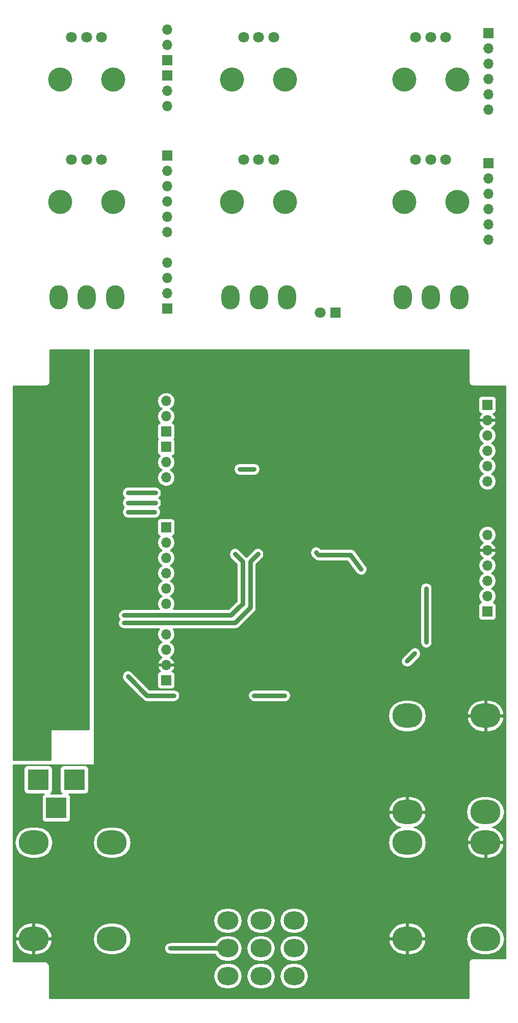
<source format=gbr>
G04 #@! TF.FileFunction,Copper,L2,Bot,Signal*
%FSLAX46Y46*%
G04 Gerber Fmt 4.6, Leading zero omitted, Abs format (unit mm)*
G04 Created by KiCad (PCBNEW 4.0.7) date 05/06/18 18:03:06*
%MOMM*%
%LPD*%
G01*
G04 APERTURE LIST*
%ADD10C,0.100000*%
%ADD11R,1.700000X1.700000*%
%ADD12O,1.700000X1.700000*%
%ADD13C,1.800000*%
%ADD14C,4.000000*%
%ADD15R,1.800000X1.800000*%
%ADD16O,5.000000X4.000000*%
%ADD17R,3.500000X3.500000*%
%ADD18O,3.500000X3.000000*%
%ADD19O,3.000000X4.000000*%
%ADD20C,0.600000*%
%ADD21C,0.750000*%
%ADD22C,0.500000*%
%ADD23C,0.254000*%
G04 APERTURE END LIST*
D10*
D11*
X83820000Y-163830000D03*
D12*
X83820000Y-161290000D03*
X83820000Y-158750000D03*
X83820000Y-156210000D03*
D11*
X137160000Y-152400000D03*
D12*
X137160000Y-149860000D03*
X137160000Y-147320000D03*
X137160000Y-144780000D03*
X137160000Y-142240000D03*
X137160000Y-139700000D03*
D13*
X73135500Y-57086500D03*
X70635500Y-57086500D03*
X68135500Y-57086500D03*
D14*
X75035500Y-64086500D03*
X66235500Y-64086500D03*
D13*
X130285500Y-77406500D03*
X127785500Y-77406500D03*
X125285500Y-77406500D03*
D14*
X132185500Y-84406500D03*
X123385500Y-84406500D03*
D15*
X111950500Y-102806500D03*
D13*
X109410500Y-102806500D03*
X101710500Y-77406500D03*
X99210500Y-77406500D03*
X96710500Y-77406500D03*
D14*
X103610500Y-84406500D03*
X94810500Y-84406500D03*
D13*
X73135500Y-77406500D03*
X70635500Y-77406500D03*
X68135500Y-77406500D03*
D14*
X75035500Y-84406500D03*
X66235500Y-84406500D03*
D11*
X137350500Y-78041500D03*
D12*
X137350500Y-80581500D03*
X137350500Y-83121500D03*
X137350500Y-85661500D03*
X137350500Y-88201500D03*
X137350500Y-90741500D03*
D11*
X84010500Y-76771500D03*
D12*
X84010500Y-79311500D03*
X84010500Y-81851500D03*
X84010500Y-84391500D03*
X84010500Y-86931500D03*
X84010500Y-89471500D03*
D16*
X123865500Y-185736500D03*
X123865500Y-169736500D03*
X136865500Y-169736500D03*
X136842500Y-185736500D03*
X123865500Y-206755000D03*
X123865500Y-190755000D03*
X136865500Y-190755000D03*
X136842500Y-206755000D03*
D11*
X83820000Y-138430000D03*
D12*
X83820000Y-140970000D03*
X83820000Y-143510000D03*
X83820000Y-146050000D03*
X83820000Y-148590000D03*
X83820000Y-151130000D03*
D16*
X74826000Y-190755000D03*
X74826000Y-206755000D03*
X61826000Y-206755000D03*
X61849000Y-190755000D03*
D17*
X68580000Y-180340000D03*
X62580000Y-180340000D03*
X65580000Y-185040000D03*
D13*
X130285500Y-57086500D03*
X127785500Y-57086500D03*
X125285500Y-57086500D03*
D14*
X132185500Y-64086500D03*
X123385500Y-64086500D03*
D18*
X105068000Y-212943500D03*
X99568000Y-212943500D03*
X94068000Y-212943500D03*
X105068000Y-208343500D03*
X99568000Y-208343500D03*
X94068000Y-208343500D03*
X105068000Y-203743500D03*
X99568000Y-203743500D03*
X94068000Y-203743500D03*
D19*
X127825500Y-100266500D03*
X132525500Y-100266500D03*
X123125500Y-100266500D03*
X70675500Y-100266500D03*
X75375500Y-100266500D03*
X65975500Y-100266500D03*
X99250500Y-100266500D03*
X103950500Y-100266500D03*
X94550500Y-100266500D03*
D13*
X101710500Y-57086500D03*
X99210500Y-57086500D03*
X96710500Y-57086500D03*
D14*
X103610500Y-64086500D03*
X94810500Y-64086500D03*
D11*
X84010500Y-102171500D03*
D12*
X84010500Y-99631500D03*
X84010500Y-97091500D03*
X84010500Y-94551500D03*
D11*
X137160000Y-118110000D03*
D12*
X137160000Y-120650000D03*
X137160000Y-123190000D03*
X137160000Y-125730000D03*
X137160000Y-128270000D03*
X137160000Y-130810000D03*
D11*
X137350500Y-56451500D03*
D12*
X137350500Y-58991500D03*
X137350500Y-61531500D03*
X137350500Y-64071500D03*
X137350500Y-66611500D03*
X137350500Y-69151500D03*
D11*
X84010500Y-60896500D03*
D12*
X84010500Y-58356500D03*
X84010500Y-55816500D03*
D11*
X84010500Y-63436500D03*
D12*
X84010500Y-65976500D03*
X84010500Y-68516500D03*
D11*
X83820000Y-122555000D03*
D12*
X83820000Y-120015000D03*
X83820000Y-117475000D03*
D11*
X83820000Y-125095000D03*
D12*
X83820000Y-127635000D03*
X83820000Y-130175000D03*
D20*
X117475000Y-151765000D03*
X110490000Y-137160000D03*
X101600000Y-147955000D03*
X123825000Y-146685000D03*
X123825000Y-135255000D03*
X131445000Y-127635000D03*
X104775000Y-127000000D03*
X86995000Y-142875000D03*
X86995000Y-145415000D03*
X74930000Y-173990000D03*
X114935000Y-128905000D03*
X114935000Y-125095000D03*
X131445000Y-120015000D03*
X132715000Y-133350000D03*
X106680000Y-142875000D03*
X93345000Y-127000000D03*
X106680000Y-122555000D03*
X88900000Y-120650000D03*
X99060000Y-142875000D03*
X76835000Y-154305000D03*
X77470000Y-132715000D03*
X82042000Y-132715000D03*
X82042000Y-134366000D03*
X116205000Y-145415000D03*
X108712000Y-142621000D03*
X77470000Y-134366000D03*
X81915000Y-135890000D03*
X96012000Y-128778000D03*
X98425000Y-128778000D03*
X127000000Y-148590000D03*
X125095000Y-159385000D03*
X123825000Y-160655000D03*
X85090000Y-166370000D03*
X77470000Y-163195000D03*
X98425000Y-166370000D03*
X103505000Y-166370000D03*
X127000000Y-157480000D03*
X77470000Y-135890000D03*
X84455000Y-208280000D03*
X95250000Y-142875000D03*
X76835000Y-153035000D03*
X64770000Y-170815000D03*
X62230000Y-147320000D03*
X62230000Y-123190000D03*
X61595000Y-127635000D03*
X62230000Y-134620000D03*
X61595000Y-151765000D03*
X69850000Y-165100000D03*
X62230000Y-157480000D03*
D21*
X76835000Y-154305000D02*
X95250000Y-154305000D01*
X97790000Y-151765000D02*
X97790000Y-149860000D01*
X95250000Y-154305000D02*
X97790000Y-151765000D01*
X97790000Y-149860000D02*
X97790000Y-144145000D01*
X97790000Y-144145000D02*
X99060000Y-142875000D01*
X82042000Y-132715000D02*
X77470000Y-132715000D01*
X114427000Y-143002000D02*
X116205000Y-145415000D01*
X108712000Y-142621000D02*
X109093000Y-143002000D01*
X109093000Y-143002000D02*
X114427000Y-143002000D01*
X77470000Y-134366000D02*
X82042000Y-134366000D01*
X96012000Y-128778000D02*
X98425000Y-128778000D01*
X127000000Y-157480000D02*
X127000000Y-148590000D01*
X77470000Y-163195000D02*
X80645000Y-166370000D01*
X80645000Y-166370000D02*
X85090000Y-166370000D01*
X98425000Y-166370000D02*
X103505000Y-166370000D01*
X123825000Y-160655000D02*
X125095000Y-159385000D01*
X77470000Y-135890000D02*
X81915000Y-135890000D01*
X84518500Y-208343500D02*
X94068000Y-208343500D01*
D22*
X84455000Y-208280000D02*
X84518500Y-208343500D01*
D21*
X95250000Y-142875000D02*
X96520000Y-144145000D01*
X96520000Y-151130000D02*
X95885000Y-151765000D01*
X96520000Y-144145000D02*
X96520000Y-151130000D01*
X94615000Y-153035000D02*
X95885000Y-151765000D01*
X76835000Y-153035000D02*
X94615000Y-153035000D01*
D23*
G36*
X134100500Y-114300000D02*
X134154546Y-114571705D01*
X134308454Y-114802046D01*
X134538795Y-114955954D01*
X134810500Y-115010000D01*
X140133000Y-115010000D01*
X140133000Y-209983000D01*
X134810500Y-209983000D01*
X134538795Y-210037046D01*
X134308454Y-210190954D01*
X134154546Y-210421295D01*
X134100500Y-210693000D01*
X134100500Y-216587000D01*
X64464000Y-216587000D01*
X64464000Y-212943500D01*
X91636275Y-212943500D01*
X91798792Y-213760529D01*
X92261602Y-214453173D01*
X92954246Y-214915983D01*
X93771275Y-215078500D01*
X94364725Y-215078500D01*
X95181754Y-214915983D01*
X95874398Y-214453173D01*
X96337208Y-213760529D01*
X96499725Y-212943500D01*
X97136275Y-212943500D01*
X97298792Y-213760529D01*
X97761602Y-214453173D01*
X98454246Y-214915983D01*
X99271275Y-215078500D01*
X99864725Y-215078500D01*
X100681754Y-214915983D01*
X101374398Y-214453173D01*
X101837208Y-213760529D01*
X101999725Y-212943500D01*
X102636275Y-212943500D01*
X102798792Y-213760529D01*
X103261602Y-214453173D01*
X103954246Y-214915983D01*
X104771275Y-215078500D01*
X105364725Y-215078500D01*
X106181754Y-214915983D01*
X106874398Y-214453173D01*
X107337208Y-213760529D01*
X107499725Y-212943500D01*
X107337208Y-212126471D01*
X106874398Y-211433827D01*
X106181754Y-210971017D01*
X105364725Y-210808500D01*
X104771275Y-210808500D01*
X103954246Y-210971017D01*
X103261602Y-211433827D01*
X102798792Y-212126471D01*
X102636275Y-212943500D01*
X101999725Y-212943500D01*
X101837208Y-212126471D01*
X101374398Y-211433827D01*
X100681754Y-210971017D01*
X99864725Y-210808500D01*
X99271275Y-210808500D01*
X98454246Y-210971017D01*
X97761602Y-211433827D01*
X97298792Y-212126471D01*
X97136275Y-212943500D01*
X96499725Y-212943500D01*
X96337208Y-212126471D01*
X95874398Y-211433827D01*
X95181754Y-210971017D01*
X94364725Y-210808500D01*
X93771275Y-210808500D01*
X92954246Y-210971017D01*
X92261602Y-211433827D01*
X91798792Y-212126471D01*
X91636275Y-212943500D01*
X64464000Y-212943500D01*
X64464000Y-211264500D01*
X64409954Y-210992795D01*
X64256046Y-210762454D01*
X64025705Y-210608546D01*
X63754000Y-210554500D01*
X58431965Y-210554500D01*
X58434101Y-207292162D01*
X58746333Y-207292162D01*
X58842976Y-207646038D01*
X59372971Y-208528424D01*
X60200296Y-209140822D01*
X61199000Y-209390000D01*
X61699000Y-209390000D01*
X61699000Y-206882000D01*
X61953000Y-206882000D01*
X61953000Y-209390000D01*
X62453000Y-209390000D01*
X63451704Y-209140822D01*
X64279029Y-208528424D01*
X64809024Y-207646038D01*
X64905667Y-207292162D01*
X64798991Y-206882000D01*
X61953000Y-206882000D01*
X61699000Y-206882000D01*
X58853009Y-206882000D01*
X58746333Y-207292162D01*
X58434101Y-207292162D01*
X58434452Y-206755000D01*
X71629582Y-206755000D01*
X71830159Y-207763371D01*
X72401356Y-208618226D01*
X73256211Y-209189423D01*
X74264582Y-209390000D01*
X75387418Y-209390000D01*
X76395789Y-209189423D01*
X77250644Y-208618226D01*
X77434210Y-208343500D01*
X83508500Y-208343500D01*
X83519894Y-208400782D01*
X83519838Y-208465167D01*
X83544642Y-208525198D01*
X83585382Y-208730010D01*
X83804322Y-209057678D01*
X84131990Y-209276618D01*
X84518500Y-209353500D01*
X91927731Y-209353500D01*
X92261602Y-209853173D01*
X92954246Y-210315983D01*
X93771275Y-210478500D01*
X94364725Y-210478500D01*
X95181754Y-210315983D01*
X95874398Y-209853173D01*
X96337208Y-209160529D01*
X96499725Y-208343500D01*
X97136275Y-208343500D01*
X97298792Y-209160529D01*
X97761602Y-209853173D01*
X98454246Y-210315983D01*
X99271275Y-210478500D01*
X99864725Y-210478500D01*
X100681754Y-210315983D01*
X101374398Y-209853173D01*
X101837208Y-209160529D01*
X101999725Y-208343500D01*
X102636275Y-208343500D01*
X102798792Y-209160529D01*
X103261602Y-209853173D01*
X103954246Y-210315983D01*
X104771275Y-210478500D01*
X105364725Y-210478500D01*
X106181754Y-210315983D01*
X106874398Y-209853173D01*
X107337208Y-209160529D01*
X107499725Y-208343500D01*
X107337208Y-207526471D01*
X107180648Y-207292162D01*
X120785833Y-207292162D01*
X120882476Y-207646038D01*
X121412471Y-208528424D01*
X122239796Y-209140822D01*
X123238500Y-209390000D01*
X123738500Y-209390000D01*
X123738500Y-206882000D01*
X123992500Y-206882000D01*
X123992500Y-209390000D01*
X124492500Y-209390000D01*
X125491204Y-209140822D01*
X126318529Y-208528424D01*
X126848524Y-207646038D01*
X126945167Y-207292162D01*
X126838491Y-206882000D01*
X123992500Y-206882000D01*
X123738500Y-206882000D01*
X120892509Y-206882000D01*
X120785833Y-207292162D01*
X107180648Y-207292162D01*
X106874398Y-206833827D01*
X106756426Y-206755000D01*
X133646082Y-206755000D01*
X133846659Y-207763371D01*
X134417856Y-208618226D01*
X135272711Y-209189423D01*
X136281082Y-209390000D01*
X137403918Y-209390000D01*
X138412289Y-209189423D01*
X139267144Y-208618226D01*
X139838341Y-207763371D01*
X140038918Y-206755000D01*
X139838341Y-205746629D01*
X139267144Y-204891774D01*
X138412289Y-204320577D01*
X137403918Y-204120000D01*
X136281082Y-204120000D01*
X135272711Y-204320577D01*
X134417856Y-204891774D01*
X133846659Y-205746629D01*
X133646082Y-206755000D01*
X106756426Y-206755000D01*
X106181754Y-206371017D01*
X105411671Y-206217838D01*
X120785833Y-206217838D01*
X120892509Y-206628000D01*
X123738500Y-206628000D01*
X123738500Y-204120000D01*
X123992500Y-204120000D01*
X123992500Y-206628000D01*
X126838491Y-206628000D01*
X126945167Y-206217838D01*
X126848524Y-205863962D01*
X126318529Y-204981576D01*
X125491204Y-204369178D01*
X124492500Y-204120000D01*
X123992500Y-204120000D01*
X123738500Y-204120000D01*
X123238500Y-204120000D01*
X122239796Y-204369178D01*
X121412471Y-204981576D01*
X120882476Y-205863962D01*
X120785833Y-206217838D01*
X105411671Y-206217838D01*
X105364725Y-206208500D01*
X104771275Y-206208500D01*
X103954246Y-206371017D01*
X103261602Y-206833827D01*
X102798792Y-207526471D01*
X102636275Y-208343500D01*
X101999725Y-208343500D01*
X101837208Y-207526471D01*
X101374398Y-206833827D01*
X100681754Y-206371017D01*
X99864725Y-206208500D01*
X99271275Y-206208500D01*
X98454246Y-206371017D01*
X97761602Y-206833827D01*
X97298792Y-207526471D01*
X97136275Y-208343500D01*
X96499725Y-208343500D01*
X96337208Y-207526471D01*
X95874398Y-206833827D01*
X95181754Y-206371017D01*
X94364725Y-206208500D01*
X93771275Y-206208500D01*
X92954246Y-206371017D01*
X92261602Y-206833827D01*
X91927731Y-207333500D01*
X84518500Y-207333500D01*
X84460665Y-207345004D01*
X84269833Y-207344838D01*
X83926057Y-207486883D01*
X83662808Y-207749673D01*
X83520162Y-208093201D01*
X83519994Y-208285714D01*
X83508500Y-208343500D01*
X77434210Y-208343500D01*
X77821841Y-207763371D01*
X78022418Y-206755000D01*
X77821841Y-205746629D01*
X77250644Y-204891774D01*
X76395789Y-204320577D01*
X75387418Y-204120000D01*
X74264582Y-204120000D01*
X73256211Y-204320577D01*
X72401356Y-204891774D01*
X71830159Y-205746629D01*
X71629582Y-206755000D01*
X58434452Y-206755000D01*
X58434804Y-206217838D01*
X58746333Y-206217838D01*
X58853009Y-206628000D01*
X61699000Y-206628000D01*
X61699000Y-204120000D01*
X61953000Y-204120000D01*
X61953000Y-206628000D01*
X64798991Y-206628000D01*
X64905667Y-206217838D01*
X64809024Y-205863962D01*
X64279029Y-204981576D01*
X63451704Y-204369178D01*
X62453000Y-204120000D01*
X61953000Y-204120000D01*
X61699000Y-204120000D01*
X61199000Y-204120000D01*
X60200296Y-204369178D01*
X59372971Y-204981576D01*
X58842976Y-205863962D01*
X58746333Y-206217838D01*
X58434804Y-206217838D01*
X58436424Y-203743500D01*
X91636275Y-203743500D01*
X91798792Y-204560529D01*
X92261602Y-205253173D01*
X92954246Y-205715983D01*
X93771275Y-205878500D01*
X94364725Y-205878500D01*
X95181754Y-205715983D01*
X95874398Y-205253173D01*
X96337208Y-204560529D01*
X96499725Y-203743500D01*
X97136275Y-203743500D01*
X97298792Y-204560529D01*
X97761602Y-205253173D01*
X98454246Y-205715983D01*
X99271275Y-205878500D01*
X99864725Y-205878500D01*
X100681754Y-205715983D01*
X101374398Y-205253173D01*
X101837208Y-204560529D01*
X101999725Y-203743500D01*
X102636275Y-203743500D01*
X102798792Y-204560529D01*
X103261602Y-205253173D01*
X103954246Y-205715983D01*
X104771275Y-205878500D01*
X105364725Y-205878500D01*
X106181754Y-205715983D01*
X106874398Y-205253173D01*
X107337208Y-204560529D01*
X107499725Y-203743500D01*
X107337208Y-202926471D01*
X106874398Y-202233827D01*
X106181754Y-201771017D01*
X105364725Y-201608500D01*
X104771275Y-201608500D01*
X103954246Y-201771017D01*
X103261602Y-202233827D01*
X102798792Y-202926471D01*
X102636275Y-203743500D01*
X101999725Y-203743500D01*
X101837208Y-202926471D01*
X101374398Y-202233827D01*
X100681754Y-201771017D01*
X99864725Y-201608500D01*
X99271275Y-201608500D01*
X98454246Y-201771017D01*
X97761602Y-202233827D01*
X97298792Y-202926471D01*
X97136275Y-203743500D01*
X96499725Y-203743500D01*
X96337208Y-202926471D01*
X95874398Y-202233827D01*
X95181754Y-201771017D01*
X94364725Y-201608500D01*
X93771275Y-201608500D01*
X92954246Y-201771017D01*
X92261602Y-202233827D01*
X91798792Y-202926471D01*
X91636275Y-203743500D01*
X58436424Y-203743500D01*
X58444931Y-190755000D01*
X58652582Y-190755000D01*
X58853159Y-191763371D01*
X59424356Y-192618226D01*
X60279211Y-193189423D01*
X61287582Y-193390000D01*
X62410418Y-193390000D01*
X63418789Y-193189423D01*
X64273644Y-192618226D01*
X64844841Y-191763371D01*
X65045418Y-190755000D01*
X71629582Y-190755000D01*
X71830159Y-191763371D01*
X72401356Y-192618226D01*
X73256211Y-193189423D01*
X74264582Y-193390000D01*
X75387418Y-193390000D01*
X76395789Y-193189423D01*
X77250644Y-192618226D01*
X77821841Y-191763371D01*
X78022418Y-190755000D01*
X120669082Y-190755000D01*
X120869659Y-191763371D01*
X121440856Y-192618226D01*
X122295711Y-193189423D01*
X123304082Y-193390000D01*
X124426918Y-193390000D01*
X125435289Y-193189423D01*
X126290144Y-192618226D01*
X126861341Y-191763371D01*
X126955070Y-191292162D01*
X133785833Y-191292162D01*
X133882476Y-191646038D01*
X134412471Y-192528424D01*
X135239796Y-193140822D01*
X136238500Y-193390000D01*
X136738500Y-193390000D01*
X136738500Y-190882000D01*
X136992500Y-190882000D01*
X136992500Y-193390000D01*
X137492500Y-193390000D01*
X138491204Y-193140822D01*
X139318529Y-192528424D01*
X139848524Y-191646038D01*
X139945167Y-191292162D01*
X139838491Y-190882000D01*
X136992500Y-190882000D01*
X136738500Y-190882000D01*
X133892509Y-190882000D01*
X133785833Y-191292162D01*
X126955070Y-191292162D01*
X127061918Y-190755000D01*
X126861341Y-189746629D01*
X126290144Y-188891774D01*
X125435289Y-188320577D01*
X125024275Y-188238821D01*
X125491204Y-188122322D01*
X126318529Y-187509924D01*
X126848524Y-186627538D01*
X126945167Y-186273662D01*
X126838491Y-185863500D01*
X123992500Y-185863500D01*
X123992500Y-185883500D01*
X123738500Y-185883500D01*
X123738500Y-185863500D01*
X120892509Y-185863500D01*
X120785833Y-186273662D01*
X120882476Y-186627538D01*
X121412471Y-187509924D01*
X122239796Y-188122322D01*
X122706725Y-188238821D01*
X122295711Y-188320577D01*
X121440856Y-188891774D01*
X120869659Y-189746629D01*
X120669082Y-190755000D01*
X78022418Y-190755000D01*
X77821841Y-189746629D01*
X77250644Y-188891774D01*
X76395789Y-188320577D01*
X75387418Y-188120000D01*
X74264582Y-188120000D01*
X73256211Y-188320577D01*
X72401356Y-188891774D01*
X71830159Y-189746629D01*
X71629582Y-190755000D01*
X65045418Y-190755000D01*
X64844841Y-189746629D01*
X64273644Y-188891774D01*
X63418789Y-188320577D01*
X62410418Y-188120000D01*
X61287582Y-188120000D01*
X60279211Y-188320577D01*
X59424356Y-188891774D01*
X58853159Y-189746629D01*
X58652582Y-190755000D01*
X58444931Y-190755000D01*
X58452897Y-178590000D01*
X60182560Y-178590000D01*
X60182560Y-182090000D01*
X60226838Y-182325317D01*
X60365910Y-182541441D01*
X60578110Y-182686431D01*
X60830000Y-182737440D01*
X63516045Y-182737440D01*
X63378559Y-182825910D01*
X63233569Y-183038110D01*
X63182560Y-183290000D01*
X63182560Y-186790000D01*
X63226838Y-187025317D01*
X63365910Y-187241441D01*
X63578110Y-187386431D01*
X63830000Y-187437440D01*
X67330000Y-187437440D01*
X67565317Y-187393162D01*
X67781441Y-187254090D01*
X67926431Y-187041890D01*
X67977440Y-186790000D01*
X67977440Y-185736500D01*
X133646082Y-185736500D01*
X133846659Y-186744871D01*
X134417856Y-187599726D01*
X135272711Y-188170923D01*
X135696522Y-188255224D01*
X135239796Y-188369178D01*
X134412471Y-188981576D01*
X133882476Y-189863962D01*
X133785833Y-190217838D01*
X133892509Y-190628000D01*
X136738500Y-190628000D01*
X136738500Y-190608000D01*
X136992500Y-190608000D01*
X136992500Y-190628000D01*
X139838491Y-190628000D01*
X139945167Y-190217838D01*
X139848524Y-189863962D01*
X139318529Y-188981576D01*
X138491204Y-188369178D01*
X138014072Y-188250133D01*
X138412289Y-188170923D01*
X139267144Y-187599726D01*
X139838341Y-186744871D01*
X140038918Y-185736500D01*
X139838341Y-184728129D01*
X139267144Y-183873274D01*
X138412289Y-183302077D01*
X137403918Y-183101500D01*
X136281082Y-183101500D01*
X135272711Y-183302077D01*
X134417856Y-183873274D01*
X133846659Y-184728129D01*
X133646082Y-185736500D01*
X67977440Y-185736500D01*
X67977440Y-185199338D01*
X120785833Y-185199338D01*
X120892509Y-185609500D01*
X123738500Y-185609500D01*
X123738500Y-183101500D01*
X123992500Y-183101500D01*
X123992500Y-185609500D01*
X126838491Y-185609500D01*
X126945167Y-185199338D01*
X126848524Y-184845462D01*
X126318529Y-183963076D01*
X125491204Y-183350678D01*
X124492500Y-183101500D01*
X123992500Y-183101500D01*
X123738500Y-183101500D01*
X123238500Y-183101500D01*
X122239796Y-183350678D01*
X121412471Y-183963076D01*
X120882476Y-184845462D01*
X120785833Y-185199338D01*
X67977440Y-185199338D01*
X67977440Y-183290000D01*
X67933162Y-183054683D01*
X67794090Y-182838559D01*
X67646097Y-182737440D01*
X70330000Y-182737440D01*
X70565317Y-182693162D01*
X70781441Y-182554090D01*
X70926431Y-182341890D01*
X70977440Y-182090000D01*
X70977440Y-178590000D01*
X70933162Y-178354683D01*
X70794090Y-178138559D01*
X70581890Y-177993569D01*
X70330000Y-177942560D01*
X66830000Y-177942560D01*
X66594683Y-177986838D01*
X66378559Y-178125910D01*
X66233569Y-178338110D01*
X66182560Y-178590000D01*
X66182560Y-182090000D01*
X66226838Y-182325317D01*
X66365910Y-182541441D01*
X66513903Y-182642560D01*
X64643955Y-182642560D01*
X64781441Y-182554090D01*
X64926431Y-182341890D01*
X64977440Y-182090000D01*
X64977440Y-178590000D01*
X64933162Y-178354683D01*
X64794090Y-178138559D01*
X64581890Y-177993569D01*
X64330000Y-177942560D01*
X60830000Y-177942560D01*
X60594683Y-177986838D01*
X60378559Y-178125910D01*
X60233569Y-178338110D01*
X60182560Y-178590000D01*
X58452897Y-178590000D01*
X58453332Y-177927000D01*
X71755000Y-177927000D01*
X71804410Y-177916994D01*
X71846035Y-177888553D01*
X71873315Y-177846159D01*
X71882000Y-177800000D01*
X71882000Y-169736500D01*
X120669082Y-169736500D01*
X120869659Y-170744871D01*
X121440856Y-171599726D01*
X122295711Y-172170923D01*
X123304082Y-172371500D01*
X124426918Y-172371500D01*
X125435289Y-172170923D01*
X126290144Y-171599726D01*
X126861341Y-170744871D01*
X126955070Y-170273662D01*
X133785833Y-170273662D01*
X133882476Y-170627538D01*
X134412471Y-171509924D01*
X135239796Y-172122322D01*
X136238500Y-172371500D01*
X136738500Y-172371500D01*
X136738500Y-169863500D01*
X136992500Y-169863500D01*
X136992500Y-172371500D01*
X137492500Y-172371500D01*
X138491204Y-172122322D01*
X139318529Y-171509924D01*
X139848524Y-170627538D01*
X139945167Y-170273662D01*
X139838491Y-169863500D01*
X136992500Y-169863500D01*
X136738500Y-169863500D01*
X133892509Y-169863500D01*
X133785833Y-170273662D01*
X126955070Y-170273662D01*
X127061918Y-169736500D01*
X126955071Y-169199338D01*
X133785833Y-169199338D01*
X133892509Y-169609500D01*
X136738500Y-169609500D01*
X136738500Y-167101500D01*
X136992500Y-167101500D01*
X136992500Y-169609500D01*
X139838491Y-169609500D01*
X139945167Y-169199338D01*
X139848524Y-168845462D01*
X139318529Y-167963076D01*
X138491204Y-167350678D01*
X137492500Y-167101500D01*
X136992500Y-167101500D01*
X136738500Y-167101500D01*
X136238500Y-167101500D01*
X135239796Y-167350678D01*
X134412471Y-167963076D01*
X133882476Y-168845462D01*
X133785833Y-169199338D01*
X126955071Y-169199338D01*
X126861341Y-168728129D01*
X126290144Y-167873274D01*
X125435289Y-167302077D01*
X124426918Y-167101500D01*
X123304082Y-167101500D01*
X122295711Y-167302077D01*
X121440856Y-167873274D01*
X120869659Y-168728129D01*
X120669082Y-169736500D01*
X71882000Y-169736500D01*
X71882000Y-163195000D01*
X76460000Y-163195000D01*
X76536882Y-163581510D01*
X76755822Y-163909178D01*
X79930822Y-167084178D01*
X80258490Y-167303118D01*
X80645000Y-167380000D01*
X85090000Y-167380000D01*
X85476510Y-167303118D01*
X85804178Y-167084178D01*
X86023118Y-166756510D01*
X86100000Y-166370000D01*
X97415000Y-166370000D01*
X97491882Y-166756510D01*
X97710822Y-167084178D01*
X98038490Y-167303118D01*
X98425000Y-167380000D01*
X103505000Y-167380000D01*
X103891510Y-167303118D01*
X104219178Y-167084178D01*
X104438118Y-166756510D01*
X104515000Y-166370000D01*
X104438118Y-165983490D01*
X104219178Y-165655822D01*
X103891510Y-165436882D01*
X103505000Y-165360000D01*
X98425000Y-165360000D01*
X98038490Y-165436882D01*
X97710822Y-165655822D01*
X97491882Y-165983490D01*
X97415000Y-166370000D01*
X86100000Y-166370000D01*
X86023118Y-165983490D01*
X85804178Y-165655822D01*
X85476510Y-165436882D01*
X85090000Y-165360000D01*
X81063356Y-165360000D01*
X78683356Y-162980000D01*
X82322560Y-162980000D01*
X82322560Y-164680000D01*
X82366838Y-164915317D01*
X82505910Y-165131441D01*
X82718110Y-165276431D01*
X82970000Y-165327440D01*
X84670000Y-165327440D01*
X84905317Y-165283162D01*
X85121441Y-165144090D01*
X85266431Y-164931890D01*
X85317440Y-164680000D01*
X85317440Y-162980000D01*
X85273162Y-162744683D01*
X85134090Y-162528559D01*
X84921890Y-162383569D01*
X84813893Y-162361699D01*
X85091645Y-162056924D01*
X85261476Y-161646890D01*
X85140155Y-161417000D01*
X83947000Y-161417000D01*
X83947000Y-161437000D01*
X83693000Y-161437000D01*
X83693000Y-161417000D01*
X82499845Y-161417000D01*
X82378524Y-161646890D01*
X82548355Y-162056924D01*
X82824501Y-162359937D01*
X82734683Y-162376838D01*
X82518559Y-162515910D01*
X82373569Y-162728110D01*
X82322560Y-162980000D01*
X78683356Y-162980000D01*
X78184178Y-162480822D01*
X77856510Y-162261882D01*
X77470000Y-162185000D01*
X77083490Y-162261882D01*
X76755822Y-162480822D01*
X76536882Y-162808490D01*
X76460000Y-163195000D01*
X71882000Y-163195000D01*
X71882000Y-153035000D01*
X75825000Y-153035000D01*
X75901882Y-153421510D01*
X76067917Y-153670000D01*
X75901882Y-153918490D01*
X75825000Y-154305000D01*
X75901882Y-154691510D01*
X76120822Y-155019178D01*
X76448490Y-155238118D01*
X76835000Y-155315000D01*
X82637249Y-155315000D01*
X82418946Y-155641715D01*
X82305907Y-156210000D01*
X82418946Y-156778285D01*
X82740853Y-157260054D01*
X83070026Y-157480000D01*
X82740853Y-157699946D01*
X82418946Y-158181715D01*
X82305907Y-158750000D01*
X82418946Y-159318285D01*
X82740853Y-159800054D01*
X83081553Y-160027702D01*
X82938642Y-160094817D01*
X82548355Y-160523076D01*
X82378524Y-160933110D01*
X82499845Y-161163000D01*
X83693000Y-161163000D01*
X83693000Y-161143000D01*
X83947000Y-161143000D01*
X83947000Y-161163000D01*
X85140155Y-161163000D01*
X85261476Y-160933110D01*
X85146287Y-160655000D01*
X122815000Y-160655000D01*
X122891882Y-161041510D01*
X123110822Y-161369178D01*
X123438490Y-161588118D01*
X123825000Y-161665000D01*
X124211510Y-161588118D01*
X124539178Y-161369178D01*
X125809178Y-160099178D01*
X126028118Y-159771510D01*
X126105000Y-159385000D01*
X126028118Y-158998490D01*
X125809178Y-158670822D01*
X125481510Y-158451882D01*
X125095000Y-158375000D01*
X124708490Y-158451882D01*
X124380822Y-158670822D01*
X123110822Y-159940822D01*
X122891882Y-160268490D01*
X122815000Y-160655000D01*
X85146287Y-160655000D01*
X85091645Y-160523076D01*
X84701358Y-160094817D01*
X84558447Y-160027702D01*
X84899147Y-159800054D01*
X85221054Y-159318285D01*
X85334093Y-158750000D01*
X85221054Y-158181715D01*
X84899147Y-157699946D01*
X84569974Y-157480000D01*
X84899147Y-157260054D01*
X85221054Y-156778285D01*
X85334093Y-156210000D01*
X85221054Y-155641715D01*
X85002751Y-155315000D01*
X95250000Y-155315000D01*
X95636510Y-155238118D01*
X95964178Y-155019178D01*
X98504178Y-152479178D01*
X98723118Y-152151511D01*
X98800000Y-151765000D01*
X98800000Y-148590000D01*
X125990000Y-148590000D01*
X125990000Y-157480000D01*
X126066882Y-157866510D01*
X126285822Y-158194178D01*
X126613490Y-158413118D01*
X127000000Y-158490000D01*
X127386510Y-158413118D01*
X127714178Y-158194178D01*
X127933118Y-157866510D01*
X128010000Y-157480000D01*
X128010000Y-148590000D01*
X127933118Y-148203490D01*
X127714178Y-147875822D01*
X127386510Y-147656882D01*
X127000000Y-147580000D01*
X126613490Y-147656882D01*
X126285822Y-147875822D01*
X126066882Y-148203490D01*
X125990000Y-148590000D01*
X98800000Y-148590000D01*
X98800000Y-144563356D01*
X99774178Y-143589178D01*
X99993118Y-143261510D01*
X100070000Y-142875000D01*
X100019477Y-142621000D01*
X107702000Y-142621000D01*
X107778882Y-143007510D01*
X107997822Y-143335178D01*
X108378822Y-143716178D01*
X108706490Y-143935118D01*
X109093000Y-144012000D01*
X113916640Y-144012000D01*
X115391894Y-146014131D01*
X115683065Y-146279687D01*
X116053697Y-146413603D01*
X116447363Y-146395490D01*
X116804131Y-146228107D01*
X117069687Y-145936935D01*
X117203603Y-145566304D01*
X117185490Y-145172638D01*
X117018107Y-144815869D01*
X116991678Y-144780000D01*
X135645907Y-144780000D01*
X135758946Y-145348285D01*
X136080853Y-145830054D01*
X136410026Y-146050000D01*
X136080853Y-146269946D01*
X135758946Y-146751715D01*
X135645907Y-147320000D01*
X135758946Y-147888285D01*
X136080853Y-148370054D01*
X136410026Y-148590000D01*
X136080853Y-148809946D01*
X135758946Y-149291715D01*
X135645907Y-149860000D01*
X135758946Y-150428285D01*
X136080853Y-150910054D01*
X136122452Y-150937850D01*
X136074683Y-150946838D01*
X135858559Y-151085910D01*
X135713569Y-151298110D01*
X135662560Y-151550000D01*
X135662560Y-153250000D01*
X135706838Y-153485317D01*
X135845910Y-153701441D01*
X136058110Y-153846431D01*
X136310000Y-153897440D01*
X138010000Y-153897440D01*
X138245317Y-153853162D01*
X138461441Y-153714090D01*
X138606431Y-153501890D01*
X138657440Y-153250000D01*
X138657440Y-151550000D01*
X138613162Y-151314683D01*
X138474090Y-151098559D01*
X138261890Y-150953569D01*
X138194459Y-150939914D01*
X138239147Y-150910054D01*
X138561054Y-150428285D01*
X138674093Y-149860000D01*
X138561054Y-149291715D01*
X138239147Y-148809946D01*
X137909974Y-148590000D01*
X138239147Y-148370054D01*
X138561054Y-147888285D01*
X138674093Y-147320000D01*
X138561054Y-146751715D01*
X138239147Y-146269946D01*
X137909974Y-146050000D01*
X138239147Y-145830054D01*
X138561054Y-145348285D01*
X138674093Y-144780000D01*
X138561054Y-144211715D01*
X138239147Y-143729946D01*
X137898447Y-143502298D01*
X138041358Y-143435183D01*
X138431645Y-143006924D01*
X138601476Y-142596890D01*
X138480155Y-142367000D01*
X137287000Y-142367000D01*
X137287000Y-142387000D01*
X137033000Y-142387000D01*
X137033000Y-142367000D01*
X135839845Y-142367000D01*
X135718524Y-142596890D01*
X135888355Y-143006924D01*
X136278642Y-143435183D01*
X136421553Y-143502298D01*
X136080853Y-143729946D01*
X135758946Y-144211715D01*
X135645907Y-144780000D01*
X116991678Y-144780000D01*
X115240106Y-142402869D01*
X115183639Y-142351369D01*
X115141178Y-142287822D01*
X115039387Y-142219807D01*
X114948935Y-142137313D01*
X114877056Y-142111342D01*
X114813510Y-142068882D01*
X114693443Y-142044999D01*
X114578303Y-142003397D01*
X114501957Y-142006910D01*
X114427000Y-141992000D01*
X109511356Y-141992000D01*
X109426178Y-141906822D01*
X109098510Y-141687882D01*
X108712000Y-141611000D01*
X108325490Y-141687882D01*
X107997822Y-141906822D01*
X107778882Y-142234490D01*
X107702000Y-142621000D01*
X100019477Y-142621000D01*
X99993118Y-142488490D01*
X99774178Y-142160822D01*
X99446510Y-141941882D01*
X99060000Y-141865000D01*
X98673490Y-141941882D01*
X98345822Y-142160822D01*
X97155000Y-143351644D01*
X95964178Y-142160822D01*
X95636510Y-141941882D01*
X95250000Y-141865000D01*
X94863490Y-141941882D01*
X94535822Y-142160822D01*
X94316882Y-142488490D01*
X94240000Y-142875000D01*
X94316882Y-143261510D01*
X94535822Y-143589178D01*
X95510000Y-144563356D01*
X95510000Y-150711644D01*
X94196644Y-152025000D01*
X85002751Y-152025000D01*
X85221054Y-151698285D01*
X85334093Y-151130000D01*
X85221054Y-150561715D01*
X84899147Y-150079946D01*
X84569974Y-149860000D01*
X84899147Y-149640054D01*
X85221054Y-149158285D01*
X85334093Y-148590000D01*
X85221054Y-148021715D01*
X84899147Y-147539946D01*
X84569974Y-147320000D01*
X84899147Y-147100054D01*
X85221054Y-146618285D01*
X85334093Y-146050000D01*
X85221054Y-145481715D01*
X84899147Y-144999946D01*
X84569974Y-144780000D01*
X84899147Y-144560054D01*
X85221054Y-144078285D01*
X85334093Y-143510000D01*
X85221054Y-142941715D01*
X84899147Y-142459946D01*
X84569974Y-142240000D01*
X84899147Y-142020054D01*
X85221054Y-141538285D01*
X85334093Y-140970000D01*
X85221054Y-140401715D01*
X84899147Y-139919946D01*
X84857548Y-139892150D01*
X84905317Y-139883162D01*
X85121441Y-139744090D01*
X85151566Y-139700000D01*
X135645907Y-139700000D01*
X135758946Y-140268285D01*
X136080853Y-140750054D01*
X136421553Y-140977702D01*
X136278642Y-141044817D01*
X135888355Y-141473076D01*
X135718524Y-141883110D01*
X135839845Y-142113000D01*
X137033000Y-142113000D01*
X137033000Y-142093000D01*
X137287000Y-142093000D01*
X137287000Y-142113000D01*
X138480155Y-142113000D01*
X138601476Y-141883110D01*
X138431645Y-141473076D01*
X138041358Y-141044817D01*
X137898447Y-140977702D01*
X138239147Y-140750054D01*
X138561054Y-140268285D01*
X138674093Y-139700000D01*
X138561054Y-139131715D01*
X138239147Y-138649946D01*
X137757378Y-138328039D01*
X137189093Y-138215000D01*
X137130907Y-138215000D01*
X136562622Y-138328039D01*
X136080853Y-138649946D01*
X135758946Y-139131715D01*
X135645907Y-139700000D01*
X85151566Y-139700000D01*
X85266431Y-139531890D01*
X85317440Y-139280000D01*
X85317440Y-137580000D01*
X85273162Y-137344683D01*
X85134090Y-137128559D01*
X84921890Y-136983569D01*
X84670000Y-136932560D01*
X82970000Y-136932560D01*
X82734683Y-136976838D01*
X82518559Y-137115910D01*
X82373569Y-137328110D01*
X82322560Y-137580000D01*
X82322560Y-139280000D01*
X82366838Y-139515317D01*
X82505910Y-139731441D01*
X82718110Y-139876431D01*
X82785541Y-139890086D01*
X82740853Y-139919946D01*
X82418946Y-140401715D01*
X82305907Y-140970000D01*
X82418946Y-141538285D01*
X82740853Y-142020054D01*
X83070026Y-142240000D01*
X82740853Y-142459946D01*
X82418946Y-142941715D01*
X82305907Y-143510000D01*
X82418946Y-144078285D01*
X82740853Y-144560054D01*
X83070026Y-144780000D01*
X82740853Y-144999946D01*
X82418946Y-145481715D01*
X82305907Y-146050000D01*
X82418946Y-146618285D01*
X82740853Y-147100054D01*
X83070026Y-147320000D01*
X82740853Y-147539946D01*
X82418946Y-148021715D01*
X82305907Y-148590000D01*
X82418946Y-149158285D01*
X82740853Y-149640054D01*
X83070026Y-149860000D01*
X82740853Y-150079946D01*
X82418946Y-150561715D01*
X82305907Y-151130000D01*
X82418946Y-151698285D01*
X82637249Y-152025000D01*
X76835000Y-152025000D01*
X76448490Y-152101882D01*
X76120822Y-152320822D01*
X75901882Y-152648490D01*
X75825000Y-153035000D01*
X71882000Y-153035000D01*
X71882000Y-132715000D01*
X76460000Y-132715000D01*
X76536882Y-133101510D01*
X76755822Y-133429178D01*
X76922428Y-133540500D01*
X76755822Y-133651822D01*
X76536882Y-133979490D01*
X76460000Y-134366000D01*
X76536882Y-134752510D01*
X76755822Y-135080178D01*
X76827393Y-135128000D01*
X76755822Y-135175822D01*
X76536882Y-135503490D01*
X76460000Y-135890000D01*
X76536882Y-136276510D01*
X76755822Y-136604178D01*
X77083490Y-136823118D01*
X77470000Y-136900000D01*
X81915000Y-136900000D01*
X82301510Y-136823118D01*
X82629178Y-136604178D01*
X82848118Y-136276510D01*
X82925000Y-135890000D01*
X82848118Y-135503490D01*
X82629178Y-135175822D01*
X82621107Y-135170429D01*
X82756178Y-135080178D01*
X82975118Y-134752510D01*
X83052000Y-134366000D01*
X82975118Y-133979490D01*
X82756178Y-133651822D01*
X82589572Y-133540500D01*
X82756178Y-133429178D01*
X82975118Y-133101510D01*
X83052000Y-132715000D01*
X82975118Y-132328490D01*
X82756178Y-132000822D01*
X82428510Y-131781882D01*
X82042000Y-131705000D01*
X77470000Y-131705000D01*
X77083490Y-131781882D01*
X76755822Y-132000822D01*
X76536882Y-132328490D01*
X76460000Y-132715000D01*
X71882000Y-132715000D01*
X71882000Y-117475000D01*
X82305907Y-117475000D01*
X82418946Y-118043285D01*
X82740853Y-118525054D01*
X83070026Y-118745000D01*
X82740853Y-118964946D01*
X82418946Y-119446715D01*
X82305907Y-120015000D01*
X82418946Y-120583285D01*
X82740853Y-121065054D01*
X82782452Y-121092850D01*
X82734683Y-121101838D01*
X82518559Y-121240910D01*
X82373569Y-121453110D01*
X82322560Y-121705000D01*
X82322560Y-123405000D01*
X82366838Y-123640317D01*
X82487015Y-123827077D01*
X82373569Y-123993110D01*
X82322560Y-124245000D01*
X82322560Y-125945000D01*
X82366838Y-126180317D01*
X82505910Y-126396441D01*
X82718110Y-126541431D01*
X82785541Y-126555086D01*
X82740853Y-126584946D01*
X82418946Y-127066715D01*
X82305907Y-127635000D01*
X82418946Y-128203285D01*
X82740853Y-128685054D01*
X83070026Y-128905000D01*
X82740853Y-129124946D01*
X82418946Y-129606715D01*
X82305907Y-130175000D01*
X82418946Y-130743285D01*
X82740853Y-131225054D01*
X83222622Y-131546961D01*
X83790907Y-131660000D01*
X83849093Y-131660000D01*
X84417378Y-131546961D01*
X84899147Y-131225054D01*
X85221054Y-130743285D01*
X85334093Y-130175000D01*
X85221054Y-129606715D01*
X84899147Y-129124946D01*
X84569974Y-128905000D01*
X84760043Y-128778000D01*
X95002000Y-128778000D01*
X95078882Y-129164510D01*
X95297822Y-129492178D01*
X95625490Y-129711118D01*
X96012000Y-129788000D01*
X98425000Y-129788000D01*
X98811510Y-129711118D01*
X99139178Y-129492178D01*
X99358118Y-129164510D01*
X99435000Y-128778000D01*
X99358118Y-128391490D01*
X99139178Y-128063822D01*
X98811510Y-127844882D01*
X98425000Y-127768000D01*
X96012000Y-127768000D01*
X95625490Y-127844882D01*
X95297822Y-128063822D01*
X95078882Y-128391490D01*
X95002000Y-128778000D01*
X84760043Y-128778000D01*
X84899147Y-128685054D01*
X85221054Y-128203285D01*
X85334093Y-127635000D01*
X85221054Y-127066715D01*
X84899147Y-126584946D01*
X84857548Y-126557150D01*
X84905317Y-126548162D01*
X85121441Y-126409090D01*
X85266431Y-126196890D01*
X85317440Y-125945000D01*
X85317440Y-124245000D01*
X85273162Y-124009683D01*
X85152985Y-123822923D01*
X85266431Y-123656890D01*
X85317440Y-123405000D01*
X85317440Y-123190000D01*
X135645907Y-123190000D01*
X135758946Y-123758285D01*
X136080853Y-124240054D01*
X136410026Y-124460000D01*
X136080853Y-124679946D01*
X135758946Y-125161715D01*
X135645907Y-125730000D01*
X135758946Y-126298285D01*
X136080853Y-126780054D01*
X136410026Y-127000000D01*
X136080853Y-127219946D01*
X135758946Y-127701715D01*
X135645907Y-128270000D01*
X135758946Y-128838285D01*
X136080853Y-129320054D01*
X136410026Y-129540000D01*
X136080853Y-129759946D01*
X135758946Y-130241715D01*
X135645907Y-130810000D01*
X135758946Y-131378285D01*
X136080853Y-131860054D01*
X136562622Y-132181961D01*
X137130907Y-132295000D01*
X137189093Y-132295000D01*
X137757378Y-132181961D01*
X138239147Y-131860054D01*
X138561054Y-131378285D01*
X138674093Y-130810000D01*
X138561054Y-130241715D01*
X138239147Y-129759946D01*
X137909974Y-129540000D01*
X138239147Y-129320054D01*
X138561054Y-128838285D01*
X138674093Y-128270000D01*
X138561054Y-127701715D01*
X138239147Y-127219946D01*
X137909974Y-127000000D01*
X138239147Y-126780054D01*
X138561054Y-126298285D01*
X138674093Y-125730000D01*
X138561054Y-125161715D01*
X138239147Y-124679946D01*
X137909974Y-124460000D01*
X138239147Y-124240054D01*
X138561054Y-123758285D01*
X138674093Y-123190000D01*
X138561054Y-122621715D01*
X138239147Y-122139946D01*
X137898447Y-121912298D01*
X138041358Y-121845183D01*
X138431645Y-121416924D01*
X138601476Y-121006890D01*
X138480155Y-120777000D01*
X137287000Y-120777000D01*
X137287000Y-120797000D01*
X137033000Y-120797000D01*
X137033000Y-120777000D01*
X135839845Y-120777000D01*
X135718524Y-121006890D01*
X135888355Y-121416924D01*
X136278642Y-121845183D01*
X136421553Y-121912298D01*
X136080853Y-122139946D01*
X135758946Y-122621715D01*
X135645907Y-123190000D01*
X85317440Y-123190000D01*
X85317440Y-121705000D01*
X85273162Y-121469683D01*
X85134090Y-121253559D01*
X84921890Y-121108569D01*
X84854459Y-121094914D01*
X84899147Y-121065054D01*
X85221054Y-120583285D01*
X85334093Y-120015000D01*
X85221054Y-119446715D01*
X84899147Y-118964946D01*
X84569974Y-118745000D01*
X84899147Y-118525054D01*
X85221054Y-118043285D01*
X85334093Y-117475000D01*
X85291327Y-117260000D01*
X135662560Y-117260000D01*
X135662560Y-118960000D01*
X135706838Y-119195317D01*
X135845910Y-119411441D01*
X136058110Y-119556431D01*
X136166107Y-119578301D01*
X135888355Y-119883076D01*
X135718524Y-120293110D01*
X135839845Y-120523000D01*
X137033000Y-120523000D01*
X137033000Y-120503000D01*
X137287000Y-120503000D01*
X137287000Y-120523000D01*
X138480155Y-120523000D01*
X138601476Y-120293110D01*
X138431645Y-119883076D01*
X138155499Y-119580063D01*
X138245317Y-119563162D01*
X138461441Y-119424090D01*
X138606431Y-119211890D01*
X138657440Y-118960000D01*
X138657440Y-117260000D01*
X138613162Y-117024683D01*
X138474090Y-116808559D01*
X138261890Y-116663569D01*
X138010000Y-116612560D01*
X136310000Y-116612560D01*
X136074683Y-116656838D01*
X135858559Y-116795910D01*
X135713569Y-117008110D01*
X135662560Y-117260000D01*
X85291327Y-117260000D01*
X85221054Y-116906715D01*
X84899147Y-116424946D01*
X84417378Y-116103039D01*
X83849093Y-115990000D01*
X83790907Y-115990000D01*
X83222622Y-116103039D01*
X82740853Y-116424946D01*
X82418946Y-116906715D01*
X82305907Y-117475000D01*
X71882000Y-117475000D01*
X71882000Y-108977500D01*
X134100500Y-108977500D01*
X134100500Y-114300000D01*
X134100500Y-114300000D01*
G37*
X134100500Y-114300000D02*
X134154546Y-114571705D01*
X134308454Y-114802046D01*
X134538795Y-114955954D01*
X134810500Y-115010000D01*
X140133000Y-115010000D01*
X140133000Y-209983000D01*
X134810500Y-209983000D01*
X134538795Y-210037046D01*
X134308454Y-210190954D01*
X134154546Y-210421295D01*
X134100500Y-210693000D01*
X134100500Y-216587000D01*
X64464000Y-216587000D01*
X64464000Y-212943500D01*
X91636275Y-212943500D01*
X91798792Y-213760529D01*
X92261602Y-214453173D01*
X92954246Y-214915983D01*
X93771275Y-215078500D01*
X94364725Y-215078500D01*
X95181754Y-214915983D01*
X95874398Y-214453173D01*
X96337208Y-213760529D01*
X96499725Y-212943500D01*
X97136275Y-212943500D01*
X97298792Y-213760529D01*
X97761602Y-214453173D01*
X98454246Y-214915983D01*
X99271275Y-215078500D01*
X99864725Y-215078500D01*
X100681754Y-214915983D01*
X101374398Y-214453173D01*
X101837208Y-213760529D01*
X101999725Y-212943500D01*
X102636275Y-212943500D01*
X102798792Y-213760529D01*
X103261602Y-214453173D01*
X103954246Y-214915983D01*
X104771275Y-215078500D01*
X105364725Y-215078500D01*
X106181754Y-214915983D01*
X106874398Y-214453173D01*
X107337208Y-213760529D01*
X107499725Y-212943500D01*
X107337208Y-212126471D01*
X106874398Y-211433827D01*
X106181754Y-210971017D01*
X105364725Y-210808500D01*
X104771275Y-210808500D01*
X103954246Y-210971017D01*
X103261602Y-211433827D01*
X102798792Y-212126471D01*
X102636275Y-212943500D01*
X101999725Y-212943500D01*
X101837208Y-212126471D01*
X101374398Y-211433827D01*
X100681754Y-210971017D01*
X99864725Y-210808500D01*
X99271275Y-210808500D01*
X98454246Y-210971017D01*
X97761602Y-211433827D01*
X97298792Y-212126471D01*
X97136275Y-212943500D01*
X96499725Y-212943500D01*
X96337208Y-212126471D01*
X95874398Y-211433827D01*
X95181754Y-210971017D01*
X94364725Y-210808500D01*
X93771275Y-210808500D01*
X92954246Y-210971017D01*
X92261602Y-211433827D01*
X91798792Y-212126471D01*
X91636275Y-212943500D01*
X64464000Y-212943500D01*
X64464000Y-211264500D01*
X64409954Y-210992795D01*
X64256046Y-210762454D01*
X64025705Y-210608546D01*
X63754000Y-210554500D01*
X58431965Y-210554500D01*
X58434101Y-207292162D01*
X58746333Y-207292162D01*
X58842976Y-207646038D01*
X59372971Y-208528424D01*
X60200296Y-209140822D01*
X61199000Y-209390000D01*
X61699000Y-209390000D01*
X61699000Y-206882000D01*
X61953000Y-206882000D01*
X61953000Y-209390000D01*
X62453000Y-209390000D01*
X63451704Y-209140822D01*
X64279029Y-208528424D01*
X64809024Y-207646038D01*
X64905667Y-207292162D01*
X64798991Y-206882000D01*
X61953000Y-206882000D01*
X61699000Y-206882000D01*
X58853009Y-206882000D01*
X58746333Y-207292162D01*
X58434101Y-207292162D01*
X58434452Y-206755000D01*
X71629582Y-206755000D01*
X71830159Y-207763371D01*
X72401356Y-208618226D01*
X73256211Y-209189423D01*
X74264582Y-209390000D01*
X75387418Y-209390000D01*
X76395789Y-209189423D01*
X77250644Y-208618226D01*
X77434210Y-208343500D01*
X83508500Y-208343500D01*
X83519894Y-208400782D01*
X83519838Y-208465167D01*
X83544642Y-208525198D01*
X83585382Y-208730010D01*
X83804322Y-209057678D01*
X84131990Y-209276618D01*
X84518500Y-209353500D01*
X91927731Y-209353500D01*
X92261602Y-209853173D01*
X92954246Y-210315983D01*
X93771275Y-210478500D01*
X94364725Y-210478500D01*
X95181754Y-210315983D01*
X95874398Y-209853173D01*
X96337208Y-209160529D01*
X96499725Y-208343500D01*
X97136275Y-208343500D01*
X97298792Y-209160529D01*
X97761602Y-209853173D01*
X98454246Y-210315983D01*
X99271275Y-210478500D01*
X99864725Y-210478500D01*
X100681754Y-210315983D01*
X101374398Y-209853173D01*
X101837208Y-209160529D01*
X101999725Y-208343500D01*
X102636275Y-208343500D01*
X102798792Y-209160529D01*
X103261602Y-209853173D01*
X103954246Y-210315983D01*
X104771275Y-210478500D01*
X105364725Y-210478500D01*
X106181754Y-210315983D01*
X106874398Y-209853173D01*
X107337208Y-209160529D01*
X107499725Y-208343500D01*
X107337208Y-207526471D01*
X107180648Y-207292162D01*
X120785833Y-207292162D01*
X120882476Y-207646038D01*
X121412471Y-208528424D01*
X122239796Y-209140822D01*
X123238500Y-209390000D01*
X123738500Y-209390000D01*
X123738500Y-206882000D01*
X123992500Y-206882000D01*
X123992500Y-209390000D01*
X124492500Y-209390000D01*
X125491204Y-209140822D01*
X126318529Y-208528424D01*
X126848524Y-207646038D01*
X126945167Y-207292162D01*
X126838491Y-206882000D01*
X123992500Y-206882000D01*
X123738500Y-206882000D01*
X120892509Y-206882000D01*
X120785833Y-207292162D01*
X107180648Y-207292162D01*
X106874398Y-206833827D01*
X106756426Y-206755000D01*
X133646082Y-206755000D01*
X133846659Y-207763371D01*
X134417856Y-208618226D01*
X135272711Y-209189423D01*
X136281082Y-209390000D01*
X137403918Y-209390000D01*
X138412289Y-209189423D01*
X139267144Y-208618226D01*
X139838341Y-207763371D01*
X140038918Y-206755000D01*
X139838341Y-205746629D01*
X139267144Y-204891774D01*
X138412289Y-204320577D01*
X137403918Y-204120000D01*
X136281082Y-204120000D01*
X135272711Y-204320577D01*
X134417856Y-204891774D01*
X133846659Y-205746629D01*
X133646082Y-206755000D01*
X106756426Y-206755000D01*
X106181754Y-206371017D01*
X105411671Y-206217838D01*
X120785833Y-206217838D01*
X120892509Y-206628000D01*
X123738500Y-206628000D01*
X123738500Y-204120000D01*
X123992500Y-204120000D01*
X123992500Y-206628000D01*
X126838491Y-206628000D01*
X126945167Y-206217838D01*
X126848524Y-205863962D01*
X126318529Y-204981576D01*
X125491204Y-204369178D01*
X124492500Y-204120000D01*
X123992500Y-204120000D01*
X123738500Y-204120000D01*
X123238500Y-204120000D01*
X122239796Y-204369178D01*
X121412471Y-204981576D01*
X120882476Y-205863962D01*
X120785833Y-206217838D01*
X105411671Y-206217838D01*
X105364725Y-206208500D01*
X104771275Y-206208500D01*
X103954246Y-206371017D01*
X103261602Y-206833827D01*
X102798792Y-207526471D01*
X102636275Y-208343500D01*
X101999725Y-208343500D01*
X101837208Y-207526471D01*
X101374398Y-206833827D01*
X100681754Y-206371017D01*
X99864725Y-206208500D01*
X99271275Y-206208500D01*
X98454246Y-206371017D01*
X97761602Y-206833827D01*
X97298792Y-207526471D01*
X97136275Y-208343500D01*
X96499725Y-208343500D01*
X96337208Y-207526471D01*
X95874398Y-206833827D01*
X95181754Y-206371017D01*
X94364725Y-206208500D01*
X93771275Y-206208500D01*
X92954246Y-206371017D01*
X92261602Y-206833827D01*
X91927731Y-207333500D01*
X84518500Y-207333500D01*
X84460665Y-207345004D01*
X84269833Y-207344838D01*
X83926057Y-207486883D01*
X83662808Y-207749673D01*
X83520162Y-208093201D01*
X83519994Y-208285714D01*
X83508500Y-208343500D01*
X77434210Y-208343500D01*
X77821841Y-207763371D01*
X78022418Y-206755000D01*
X77821841Y-205746629D01*
X77250644Y-204891774D01*
X76395789Y-204320577D01*
X75387418Y-204120000D01*
X74264582Y-204120000D01*
X73256211Y-204320577D01*
X72401356Y-204891774D01*
X71830159Y-205746629D01*
X71629582Y-206755000D01*
X58434452Y-206755000D01*
X58434804Y-206217838D01*
X58746333Y-206217838D01*
X58853009Y-206628000D01*
X61699000Y-206628000D01*
X61699000Y-204120000D01*
X61953000Y-204120000D01*
X61953000Y-206628000D01*
X64798991Y-206628000D01*
X64905667Y-206217838D01*
X64809024Y-205863962D01*
X64279029Y-204981576D01*
X63451704Y-204369178D01*
X62453000Y-204120000D01*
X61953000Y-204120000D01*
X61699000Y-204120000D01*
X61199000Y-204120000D01*
X60200296Y-204369178D01*
X59372971Y-204981576D01*
X58842976Y-205863962D01*
X58746333Y-206217838D01*
X58434804Y-206217838D01*
X58436424Y-203743500D01*
X91636275Y-203743500D01*
X91798792Y-204560529D01*
X92261602Y-205253173D01*
X92954246Y-205715983D01*
X93771275Y-205878500D01*
X94364725Y-205878500D01*
X95181754Y-205715983D01*
X95874398Y-205253173D01*
X96337208Y-204560529D01*
X96499725Y-203743500D01*
X97136275Y-203743500D01*
X97298792Y-204560529D01*
X97761602Y-205253173D01*
X98454246Y-205715983D01*
X99271275Y-205878500D01*
X99864725Y-205878500D01*
X100681754Y-205715983D01*
X101374398Y-205253173D01*
X101837208Y-204560529D01*
X101999725Y-203743500D01*
X102636275Y-203743500D01*
X102798792Y-204560529D01*
X103261602Y-205253173D01*
X103954246Y-205715983D01*
X104771275Y-205878500D01*
X105364725Y-205878500D01*
X106181754Y-205715983D01*
X106874398Y-205253173D01*
X107337208Y-204560529D01*
X107499725Y-203743500D01*
X107337208Y-202926471D01*
X106874398Y-202233827D01*
X106181754Y-201771017D01*
X105364725Y-201608500D01*
X104771275Y-201608500D01*
X103954246Y-201771017D01*
X103261602Y-202233827D01*
X102798792Y-202926471D01*
X102636275Y-203743500D01*
X101999725Y-203743500D01*
X101837208Y-202926471D01*
X101374398Y-202233827D01*
X100681754Y-201771017D01*
X99864725Y-201608500D01*
X99271275Y-201608500D01*
X98454246Y-201771017D01*
X97761602Y-202233827D01*
X97298792Y-202926471D01*
X97136275Y-203743500D01*
X96499725Y-203743500D01*
X96337208Y-202926471D01*
X95874398Y-202233827D01*
X95181754Y-201771017D01*
X94364725Y-201608500D01*
X93771275Y-201608500D01*
X92954246Y-201771017D01*
X92261602Y-202233827D01*
X91798792Y-202926471D01*
X91636275Y-203743500D01*
X58436424Y-203743500D01*
X58444931Y-190755000D01*
X58652582Y-190755000D01*
X58853159Y-191763371D01*
X59424356Y-192618226D01*
X60279211Y-193189423D01*
X61287582Y-193390000D01*
X62410418Y-193390000D01*
X63418789Y-193189423D01*
X64273644Y-192618226D01*
X64844841Y-191763371D01*
X65045418Y-190755000D01*
X71629582Y-190755000D01*
X71830159Y-191763371D01*
X72401356Y-192618226D01*
X73256211Y-193189423D01*
X74264582Y-193390000D01*
X75387418Y-193390000D01*
X76395789Y-193189423D01*
X77250644Y-192618226D01*
X77821841Y-191763371D01*
X78022418Y-190755000D01*
X120669082Y-190755000D01*
X120869659Y-191763371D01*
X121440856Y-192618226D01*
X122295711Y-193189423D01*
X123304082Y-193390000D01*
X124426918Y-193390000D01*
X125435289Y-193189423D01*
X126290144Y-192618226D01*
X126861341Y-191763371D01*
X126955070Y-191292162D01*
X133785833Y-191292162D01*
X133882476Y-191646038D01*
X134412471Y-192528424D01*
X135239796Y-193140822D01*
X136238500Y-193390000D01*
X136738500Y-193390000D01*
X136738500Y-190882000D01*
X136992500Y-190882000D01*
X136992500Y-193390000D01*
X137492500Y-193390000D01*
X138491204Y-193140822D01*
X139318529Y-192528424D01*
X139848524Y-191646038D01*
X139945167Y-191292162D01*
X139838491Y-190882000D01*
X136992500Y-190882000D01*
X136738500Y-190882000D01*
X133892509Y-190882000D01*
X133785833Y-191292162D01*
X126955070Y-191292162D01*
X127061918Y-190755000D01*
X126861341Y-189746629D01*
X126290144Y-188891774D01*
X125435289Y-188320577D01*
X125024275Y-188238821D01*
X125491204Y-188122322D01*
X126318529Y-187509924D01*
X126848524Y-186627538D01*
X126945167Y-186273662D01*
X126838491Y-185863500D01*
X123992500Y-185863500D01*
X123992500Y-185883500D01*
X123738500Y-185883500D01*
X123738500Y-185863500D01*
X120892509Y-185863500D01*
X120785833Y-186273662D01*
X120882476Y-186627538D01*
X121412471Y-187509924D01*
X122239796Y-188122322D01*
X122706725Y-188238821D01*
X122295711Y-188320577D01*
X121440856Y-188891774D01*
X120869659Y-189746629D01*
X120669082Y-190755000D01*
X78022418Y-190755000D01*
X77821841Y-189746629D01*
X77250644Y-188891774D01*
X76395789Y-188320577D01*
X75387418Y-188120000D01*
X74264582Y-188120000D01*
X73256211Y-188320577D01*
X72401356Y-188891774D01*
X71830159Y-189746629D01*
X71629582Y-190755000D01*
X65045418Y-190755000D01*
X64844841Y-189746629D01*
X64273644Y-188891774D01*
X63418789Y-188320577D01*
X62410418Y-188120000D01*
X61287582Y-188120000D01*
X60279211Y-188320577D01*
X59424356Y-188891774D01*
X58853159Y-189746629D01*
X58652582Y-190755000D01*
X58444931Y-190755000D01*
X58452897Y-178590000D01*
X60182560Y-178590000D01*
X60182560Y-182090000D01*
X60226838Y-182325317D01*
X60365910Y-182541441D01*
X60578110Y-182686431D01*
X60830000Y-182737440D01*
X63516045Y-182737440D01*
X63378559Y-182825910D01*
X63233569Y-183038110D01*
X63182560Y-183290000D01*
X63182560Y-186790000D01*
X63226838Y-187025317D01*
X63365910Y-187241441D01*
X63578110Y-187386431D01*
X63830000Y-187437440D01*
X67330000Y-187437440D01*
X67565317Y-187393162D01*
X67781441Y-187254090D01*
X67926431Y-187041890D01*
X67977440Y-186790000D01*
X67977440Y-185736500D01*
X133646082Y-185736500D01*
X133846659Y-186744871D01*
X134417856Y-187599726D01*
X135272711Y-188170923D01*
X135696522Y-188255224D01*
X135239796Y-188369178D01*
X134412471Y-188981576D01*
X133882476Y-189863962D01*
X133785833Y-190217838D01*
X133892509Y-190628000D01*
X136738500Y-190628000D01*
X136738500Y-190608000D01*
X136992500Y-190608000D01*
X136992500Y-190628000D01*
X139838491Y-190628000D01*
X139945167Y-190217838D01*
X139848524Y-189863962D01*
X139318529Y-188981576D01*
X138491204Y-188369178D01*
X138014072Y-188250133D01*
X138412289Y-188170923D01*
X139267144Y-187599726D01*
X139838341Y-186744871D01*
X140038918Y-185736500D01*
X139838341Y-184728129D01*
X139267144Y-183873274D01*
X138412289Y-183302077D01*
X137403918Y-183101500D01*
X136281082Y-183101500D01*
X135272711Y-183302077D01*
X134417856Y-183873274D01*
X133846659Y-184728129D01*
X133646082Y-185736500D01*
X67977440Y-185736500D01*
X67977440Y-185199338D01*
X120785833Y-185199338D01*
X120892509Y-185609500D01*
X123738500Y-185609500D01*
X123738500Y-183101500D01*
X123992500Y-183101500D01*
X123992500Y-185609500D01*
X126838491Y-185609500D01*
X126945167Y-185199338D01*
X126848524Y-184845462D01*
X126318529Y-183963076D01*
X125491204Y-183350678D01*
X124492500Y-183101500D01*
X123992500Y-183101500D01*
X123738500Y-183101500D01*
X123238500Y-183101500D01*
X122239796Y-183350678D01*
X121412471Y-183963076D01*
X120882476Y-184845462D01*
X120785833Y-185199338D01*
X67977440Y-185199338D01*
X67977440Y-183290000D01*
X67933162Y-183054683D01*
X67794090Y-182838559D01*
X67646097Y-182737440D01*
X70330000Y-182737440D01*
X70565317Y-182693162D01*
X70781441Y-182554090D01*
X70926431Y-182341890D01*
X70977440Y-182090000D01*
X70977440Y-178590000D01*
X70933162Y-178354683D01*
X70794090Y-178138559D01*
X70581890Y-177993569D01*
X70330000Y-177942560D01*
X66830000Y-177942560D01*
X66594683Y-177986838D01*
X66378559Y-178125910D01*
X66233569Y-178338110D01*
X66182560Y-178590000D01*
X66182560Y-182090000D01*
X66226838Y-182325317D01*
X66365910Y-182541441D01*
X66513903Y-182642560D01*
X64643955Y-182642560D01*
X64781441Y-182554090D01*
X64926431Y-182341890D01*
X64977440Y-182090000D01*
X64977440Y-178590000D01*
X64933162Y-178354683D01*
X64794090Y-178138559D01*
X64581890Y-177993569D01*
X64330000Y-177942560D01*
X60830000Y-177942560D01*
X60594683Y-177986838D01*
X60378559Y-178125910D01*
X60233569Y-178338110D01*
X60182560Y-178590000D01*
X58452897Y-178590000D01*
X58453332Y-177927000D01*
X71755000Y-177927000D01*
X71804410Y-177916994D01*
X71846035Y-177888553D01*
X71873315Y-177846159D01*
X71882000Y-177800000D01*
X71882000Y-169736500D01*
X120669082Y-169736500D01*
X120869659Y-170744871D01*
X121440856Y-171599726D01*
X122295711Y-172170923D01*
X123304082Y-172371500D01*
X124426918Y-172371500D01*
X125435289Y-172170923D01*
X126290144Y-171599726D01*
X126861341Y-170744871D01*
X126955070Y-170273662D01*
X133785833Y-170273662D01*
X133882476Y-170627538D01*
X134412471Y-171509924D01*
X135239796Y-172122322D01*
X136238500Y-172371500D01*
X136738500Y-172371500D01*
X136738500Y-169863500D01*
X136992500Y-169863500D01*
X136992500Y-172371500D01*
X137492500Y-172371500D01*
X138491204Y-172122322D01*
X139318529Y-171509924D01*
X139848524Y-170627538D01*
X139945167Y-170273662D01*
X139838491Y-169863500D01*
X136992500Y-169863500D01*
X136738500Y-169863500D01*
X133892509Y-169863500D01*
X133785833Y-170273662D01*
X126955070Y-170273662D01*
X127061918Y-169736500D01*
X126955071Y-169199338D01*
X133785833Y-169199338D01*
X133892509Y-169609500D01*
X136738500Y-169609500D01*
X136738500Y-167101500D01*
X136992500Y-167101500D01*
X136992500Y-169609500D01*
X139838491Y-169609500D01*
X139945167Y-169199338D01*
X139848524Y-168845462D01*
X139318529Y-167963076D01*
X138491204Y-167350678D01*
X137492500Y-167101500D01*
X136992500Y-167101500D01*
X136738500Y-167101500D01*
X136238500Y-167101500D01*
X135239796Y-167350678D01*
X134412471Y-167963076D01*
X133882476Y-168845462D01*
X133785833Y-169199338D01*
X126955071Y-169199338D01*
X126861341Y-168728129D01*
X126290144Y-167873274D01*
X125435289Y-167302077D01*
X124426918Y-167101500D01*
X123304082Y-167101500D01*
X122295711Y-167302077D01*
X121440856Y-167873274D01*
X120869659Y-168728129D01*
X120669082Y-169736500D01*
X71882000Y-169736500D01*
X71882000Y-163195000D01*
X76460000Y-163195000D01*
X76536882Y-163581510D01*
X76755822Y-163909178D01*
X79930822Y-167084178D01*
X80258490Y-167303118D01*
X80645000Y-167380000D01*
X85090000Y-167380000D01*
X85476510Y-167303118D01*
X85804178Y-167084178D01*
X86023118Y-166756510D01*
X86100000Y-166370000D01*
X97415000Y-166370000D01*
X97491882Y-166756510D01*
X97710822Y-167084178D01*
X98038490Y-167303118D01*
X98425000Y-167380000D01*
X103505000Y-167380000D01*
X103891510Y-167303118D01*
X104219178Y-167084178D01*
X104438118Y-166756510D01*
X104515000Y-166370000D01*
X104438118Y-165983490D01*
X104219178Y-165655822D01*
X103891510Y-165436882D01*
X103505000Y-165360000D01*
X98425000Y-165360000D01*
X98038490Y-165436882D01*
X97710822Y-165655822D01*
X97491882Y-165983490D01*
X97415000Y-166370000D01*
X86100000Y-166370000D01*
X86023118Y-165983490D01*
X85804178Y-165655822D01*
X85476510Y-165436882D01*
X85090000Y-165360000D01*
X81063356Y-165360000D01*
X78683356Y-162980000D01*
X82322560Y-162980000D01*
X82322560Y-164680000D01*
X82366838Y-164915317D01*
X82505910Y-165131441D01*
X82718110Y-165276431D01*
X82970000Y-165327440D01*
X84670000Y-165327440D01*
X84905317Y-165283162D01*
X85121441Y-165144090D01*
X85266431Y-164931890D01*
X85317440Y-164680000D01*
X85317440Y-162980000D01*
X85273162Y-162744683D01*
X85134090Y-162528559D01*
X84921890Y-162383569D01*
X84813893Y-162361699D01*
X85091645Y-162056924D01*
X85261476Y-161646890D01*
X85140155Y-161417000D01*
X83947000Y-161417000D01*
X83947000Y-161437000D01*
X83693000Y-161437000D01*
X83693000Y-161417000D01*
X82499845Y-161417000D01*
X82378524Y-161646890D01*
X82548355Y-162056924D01*
X82824501Y-162359937D01*
X82734683Y-162376838D01*
X82518559Y-162515910D01*
X82373569Y-162728110D01*
X82322560Y-162980000D01*
X78683356Y-162980000D01*
X78184178Y-162480822D01*
X77856510Y-162261882D01*
X77470000Y-162185000D01*
X77083490Y-162261882D01*
X76755822Y-162480822D01*
X76536882Y-162808490D01*
X76460000Y-163195000D01*
X71882000Y-163195000D01*
X71882000Y-153035000D01*
X75825000Y-153035000D01*
X75901882Y-153421510D01*
X76067917Y-153670000D01*
X75901882Y-153918490D01*
X75825000Y-154305000D01*
X75901882Y-154691510D01*
X76120822Y-155019178D01*
X76448490Y-155238118D01*
X76835000Y-155315000D01*
X82637249Y-155315000D01*
X82418946Y-155641715D01*
X82305907Y-156210000D01*
X82418946Y-156778285D01*
X82740853Y-157260054D01*
X83070026Y-157480000D01*
X82740853Y-157699946D01*
X82418946Y-158181715D01*
X82305907Y-158750000D01*
X82418946Y-159318285D01*
X82740853Y-159800054D01*
X83081553Y-160027702D01*
X82938642Y-160094817D01*
X82548355Y-160523076D01*
X82378524Y-160933110D01*
X82499845Y-161163000D01*
X83693000Y-161163000D01*
X83693000Y-161143000D01*
X83947000Y-161143000D01*
X83947000Y-161163000D01*
X85140155Y-161163000D01*
X85261476Y-160933110D01*
X85146287Y-160655000D01*
X122815000Y-160655000D01*
X122891882Y-161041510D01*
X123110822Y-161369178D01*
X123438490Y-161588118D01*
X123825000Y-161665000D01*
X124211510Y-161588118D01*
X124539178Y-161369178D01*
X125809178Y-160099178D01*
X126028118Y-159771510D01*
X126105000Y-159385000D01*
X126028118Y-158998490D01*
X125809178Y-158670822D01*
X125481510Y-158451882D01*
X125095000Y-158375000D01*
X124708490Y-158451882D01*
X124380822Y-158670822D01*
X123110822Y-159940822D01*
X122891882Y-160268490D01*
X122815000Y-160655000D01*
X85146287Y-160655000D01*
X85091645Y-160523076D01*
X84701358Y-160094817D01*
X84558447Y-160027702D01*
X84899147Y-159800054D01*
X85221054Y-159318285D01*
X85334093Y-158750000D01*
X85221054Y-158181715D01*
X84899147Y-157699946D01*
X84569974Y-157480000D01*
X84899147Y-157260054D01*
X85221054Y-156778285D01*
X85334093Y-156210000D01*
X85221054Y-155641715D01*
X85002751Y-155315000D01*
X95250000Y-155315000D01*
X95636510Y-155238118D01*
X95964178Y-155019178D01*
X98504178Y-152479178D01*
X98723118Y-152151511D01*
X98800000Y-151765000D01*
X98800000Y-148590000D01*
X125990000Y-148590000D01*
X125990000Y-157480000D01*
X126066882Y-157866510D01*
X126285822Y-158194178D01*
X126613490Y-158413118D01*
X127000000Y-158490000D01*
X127386510Y-158413118D01*
X127714178Y-158194178D01*
X127933118Y-157866510D01*
X128010000Y-157480000D01*
X128010000Y-148590000D01*
X127933118Y-148203490D01*
X127714178Y-147875822D01*
X127386510Y-147656882D01*
X127000000Y-147580000D01*
X126613490Y-147656882D01*
X126285822Y-147875822D01*
X126066882Y-148203490D01*
X125990000Y-148590000D01*
X98800000Y-148590000D01*
X98800000Y-144563356D01*
X99774178Y-143589178D01*
X99993118Y-143261510D01*
X100070000Y-142875000D01*
X100019477Y-142621000D01*
X107702000Y-142621000D01*
X107778882Y-143007510D01*
X107997822Y-143335178D01*
X108378822Y-143716178D01*
X108706490Y-143935118D01*
X109093000Y-144012000D01*
X113916640Y-144012000D01*
X115391894Y-146014131D01*
X115683065Y-146279687D01*
X116053697Y-146413603D01*
X116447363Y-146395490D01*
X116804131Y-146228107D01*
X117069687Y-145936935D01*
X117203603Y-145566304D01*
X117185490Y-145172638D01*
X117018107Y-144815869D01*
X116991678Y-144780000D01*
X135645907Y-144780000D01*
X135758946Y-145348285D01*
X136080853Y-145830054D01*
X136410026Y-146050000D01*
X136080853Y-146269946D01*
X135758946Y-146751715D01*
X135645907Y-147320000D01*
X135758946Y-147888285D01*
X136080853Y-148370054D01*
X136410026Y-148590000D01*
X136080853Y-148809946D01*
X135758946Y-149291715D01*
X135645907Y-149860000D01*
X135758946Y-150428285D01*
X136080853Y-150910054D01*
X136122452Y-150937850D01*
X136074683Y-150946838D01*
X135858559Y-151085910D01*
X135713569Y-151298110D01*
X135662560Y-151550000D01*
X135662560Y-153250000D01*
X135706838Y-153485317D01*
X135845910Y-153701441D01*
X136058110Y-153846431D01*
X136310000Y-153897440D01*
X138010000Y-153897440D01*
X138245317Y-153853162D01*
X138461441Y-153714090D01*
X138606431Y-153501890D01*
X138657440Y-153250000D01*
X138657440Y-151550000D01*
X138613162Y-151314683D01*
X138474090Y-151098559D01*
X138261890Y-150953569D01*
X138194459Y-150939914D01*
X138239147Y-150910054D01*
X138561054Y-150428285D01*
X138674093Y-149860000D01*
X138561054Y-149291715D01*
X138239147Y-148809946D01*
X137909974Y-148590000D01*
X138239147Y-148370054D01*
X138561054Y-147888285D01*
X138674093Y-147320000D01*
X138561054Y-146751715D01*
X138239147Y-146269946D01*
X137909974Y-146050000D01*
X138239147Y-145830054D01*
X138561054Y-145348285D01*
X138674093Y-144780000D01*
X138561054Y-144211715D01*
X138239147Y-143729946D01*
X137898447Y-143502298D01*
X138041358Y-143435183D01*
X138431645Y-143006924D01*
X138601476Y-142596890D01*
X138480155Y-142367000D01*
X137287000Y-142367000D01*
X137287000Y-142387000D01*
X137033000Y-142387000D01*
X137033000Y-142367000D01*
X135839845Y-142367000D01*
X135718524Y-142596890D01*
X135888355Y-143006924D01*
X136278642Y-143435183D01*
X136421553Y-143502298D01*
X136080853Y-143729946D01*
X135758946Y-144211715D01*
X135645907Y-144780000D01*
X116991678Y-144780000D01*
X115240106Y-142402869D01*
X115183639Y-142351369D01*
X115141178Y-142287822D01*
X115039387Y-142219807D01*
X114948935Y-142137313D01*
X114877056Y-142111342D01*
X114813510Y-142068882D01*
X114693443Y-142044999D01*
X114578303Y-142003397D01*
X114501957Y-142006910D01*
X114427000Y-141992000D01*
X109511356Y-141992000D01*
X109426178Y-141906822D01*
X109098510Y-141687882D01*
X108712000Y-141611000D01*
X108325490Y-141687882D01*
X107997822Y-141906822D01*
X107778882Y-142234490D01*
X107702000Y-142621000D01*
X100019477Y-142621000D01*
X99993118Y-142488490D01*
X99774178Y-142160822D01*
X99446510Y-141941882D01*
X99060000Y-141865000D01*
X98673490Y-141941882D01*
X98345822Y-142160822D01*
X97155000Y-143351644D01*
X95964178Y-142160822D01*
X95636510Y-141941882D01*
X95250000Y-141865000D01*
X94863490Y-141941882D01*
X94535822Y-142160822D01*
X94316882Y-142488490D01*
X94240000Y-142875000D01*
X94316882Y-143261510D01*
X94535822Y-143589178D01*
X95510000Y-144563356D01*
X95510000Y-150711644D01*
X94196644Y-152025000D01*
X85002751Y-152025000D01*
X85221054Y-151698285D01*
X85334093Y-151130000D01*
X85221054Y-150561715D01*
X84899147Y-150079946D01*
X84569974Y-149860000D01*
X84899147Y-149640054D01*
X85221054Y-149158285D01*
X85334093Y-148590000D01*
X85221054Y-148021715D01*
X84899147Y-147539946D01*
X84569974Y-147320000D01*
X84899147Y-147100054D01*
X85221054Y-146618285D01*
X85334093Y-146050000D01*
X85221054Y-145481715D01*
X84899147Y-144999946D01*
X84569974Y-144780000D01*
X84899147Y-144560054D01*
X85221054Y-144078285D01*
X85334093Y-143510000D01*
X85221054Y-142941715D01*
X84899147Y-142459946D01*
X84569974Y-142240000D01*
X84899147Y-142020054D01*
X85221054Y-141538285D01*
X85334093Y-140970000D01*
X85221054Y-140401715D01*
X84899147Y-139919946D01*
X84857548Y-139892150D01*
X84905317Y-139883162D01*
X85121441Y-139744090D01*
X85151566Y-139700000D01*
X135645907Y-139700000D01*
X135758946Y-140268285D01*
X136080853Y-140750054D01*
X136421553Y-140977702D01*
X136278642Y-141044817D01*
X135888355Y-141473076D01*
X135718524Y-141883110D01*
X135839845Y-142113000D01*
X137033000Y-142113000D01*
X137033000Y-142093000D01*
X137287000Y-142093000D01*
X137287000Y-142113000D01*
X138480155Y-142113000D01*
X138601476Y-141883110D01*
X138431645Y-141473076D01*
X138041358Y-141044817D01*
X137898447Y-140977702D01*
X138239147Y-140750054D01*
X138561054Y-140268285D01*
X138674093Y-139700000D01*
X138561054Y-139131715D01*
X138239147Y-138649946D01*
X137757378Y-138328039D01*
X137189093Y-138215000D01*
X137130907Y-138215000D01*
X136562622Y-138328039D01*
X136080853Y-138649946D01*
X135758946Y-139131715D01*
X135645907Y-139700000D01*
X85151566Y-139700000D01*
X85266431Y-139531890D01*
X85317440Y-139280000D01*
X85317440Y-137580000D01*
X85273162Y-137344683D01*
X85134090Y-137128559D01*
X84921890Y-136983569D01*
X84670000Y-136932560D01*
X82970000Y-136932560D01*
X82734683Y-136976838D01*
X82518559Y-137115910D01*
X82373569Y-137328110D01*
X82322560Y-137580000D01*
X82322560Y-139280000D01*
X82366838Y-139515317D01*
X82505910Y-139731441D01*
X82718110Y-139876431D01*
X82785541Y-139890086D01*
X82740853Y-139919946D01*
X82418946Y-140401715D01*
X82305907Y-140970000D01*
X82418946Y-141538285D01*
X82740853Y-142020054D01*
X83070026Y-142240000D01*
X82740853Y-142459946D01*
X82418946Y-142941715D01*
X82305907Y-143510000D01*
X82418946Y-144078285D01*
X82740853Y-144560054D01*
X83070026Y-144780000D01*
X82740853Y-144999946D01*
X82418946Y-145481715D01*
X82305907Y-146050000D01*
X82418946Y-146618285D01*
X82740853Y-147100054D01*
X83070026Y-147320000D01*
X82740853Y-147539946D01*
X82418946Y-148021715D01*
X82305907Y-148590000D01*
X82418946Y-149158285D01*
X82740853Y-149640054D01*
X83070026Y-149860000D01*
X82740853Y-150079946D01*
X82418946Y-150561715D01*
X82305907Y-151130000D01*
X82418946Y-151698285D01*
X82637249Y-152025000D01*
X76835000Y-152025000D01*
X76448490Y-152101882D01*
X76120822Y-152320822D01*
X75901882Y-152648490D01*
X75825000Y-153035000D01*
X71882000Y-153035000D01*
X71882000Y-132715000D01*
X76460000Y-132715000D01*
X76536882Y-133101510D01*
X76755822Y-133429178D01*
X76922428Y-133540500D01*
X76755822Y-133651822D01*
X76536882Y-133979490D01*
X76460000Y-134366000D01*
X76536882Y-134752510D01*
X76755822Y-135080178D01*
X76827393Y-135128000D01*
X76755822Y-135175822D01*
X76536882Y-135503490D01*
X76460000Y-135890000D01*
X76536882Y-136276510D01*
X76755822Y-136604178D01*
X77083490Y-136823118D01*
X77470000Y-136900000D01*
X81915000Y-136900000D01*
X82301510Y-136823118D01*
X82629178Y-136604178D01*
X82848118Y-136276510D01*
X82925000Y-135890000D01*
X82848118Y-135503490D01*
X82629178Y-135175822D01*
X82621107Y-135170429D01*
X82756178Y-135080178D01*
X82975118Y-134752510D01*
X83052000Y-134366000D01*
X82975118Y-133979490D01*
X82756178Y-133651822D01*
X82589572Y-133540500D01*
X82756178Y-133429178D01*
X82975118Y-133101510D01*
X83052000Y-132715000D01*
X82975118Y-132328490D01*
X82756178Y-132000822D01*
X82428510Y-131781882D01*
X82042000Y-131705000D01*
X77470000Y-131705000D01*
X77083490Y-131781882D01*
X76755822Y-132000822D01*
X76536882Y-132328490D01*
X76460000Y-132715000D01*
X71882000Y-132715000D01*
X71882000Y-117475000D01*
X82305907Y-117475000D01*
X82418946Y-118043285D01*
X82740853Y-118525054D01*
X83070026Y-118745000D01*
X82740853Y-118964946D01*
X82418946Y-119446715D01*
X82305907Y-120015000D01*
X82418946Y-120583285D01*
X82740853Y-121065054D01*
X82782452Y-121092850D01*
X82734683Y-121101838D01*
X82518559Y-121240910D01*
X82373569Y-121453110D01*
X82322560Y-121705000D01*
X82322560Y-123405000D01*
X82366838Y-123640317D01*
X82487015Y-123827077D01*
X82373569Y-123993110D01*
X82322560Y-124245000D01*
X82322560Y-125945000D01*
X82366838Y-126180317D01*
X82505910Y-126396441D01*
X82718110Y-126541431D01*
X82785541Y-126555086D01*
X82740853Y-126584946D01*
X82418946Y-127066715D01*
X82305907Y-127635000D01*
X82418946Y-128203285D01*
X82740853Y-128685054D01*
X83070026Y-128905000D01*
X82740853Y-129124946D01*
X82418946Y-129606715D01*
X82305907Y-130175000D01*
X82418946Y-130743285D01*
X82740853Y-131225054D01*
X83222622Y-131546961D01*
X83790907Y-131660000D01*
X83849093Y-131660000D01*
X84417378Y-131546961D01*
X84899147Y-131225054D01*
X85221054Y-130743285D01*
X85334093Y-130175000D01*
X85221054Y-129606715D01*
X84899147Y-129124946D01*
X84569974Y-128905000D01*
X84760043Y-128778000D01*
X95002000Y-128778000D01*
X95078882Y-129164510D01*
X95297822Y-129492178D01*
X95625490Y-129711118D01*
X96012000Y-129788000D01*
X98425000Y-129788000D01*
X98811510Y-129711118D01*
X99139178Y-129492178D01*
X99358118Y-129164510D01*
X99435000Y-128778000D01*
X99358118Y-128391490D01*
X99139178Y-128063822D01*
X98811510Y-127844882D01*
X98425000Y-127768000D01*
X96012000Y-127768000D01*
X95625490Y-127844882D01*
X95297822Y-128063822D01*
X95078882Y-128391490D01*
X95002000Y-128778000D01*
X84760043Y-128778000D01*
X84899147Y-128685054D01*
X85221054Y-128203285D01*
X85334093Y-127635000D01*
X85221054Y-127066715D01*
X84899147Y-126584946D01*
X84857548Y-126557150D01*
X84905317Y-126548162D01*
X85121441Y-126409090D01*
X85266431Y-126196890D01*
X85317440Y-125945000D01*
X85317440Y-124245000D01*
X85273162Y-124009683D01*
X85152985Y-123822923D01*
X85266431Y-123656890D01*
X85317440Y-123405000D01*
X85317440Y-123190000D01*
X135645907Y-123190000D01*
X135758946Y-123758285D01*
X136080853Y-124240054D01*
X136410026Y-124460000D01*
X136080853Y-124679946D01*
X135758946Y-125161715D01*
X135645907Y-125730000D01*
X135758946Y-126298285D01*
X136080853Y-126780054D01*
X136410026Y-127000000D01*
X136080853Y-127219946D01*
X135758946Y-127701715D01*
X135645907Y-128270000D01*
X135758946Y-128838285D01*
X136080853Y-129320054D01*
X136410026Y-129540000D01*
X136080853Y-129759946D01*
X135758946Y-130241715D01*
X135645907Y-130810000D01*
X135758946Y-131378285D01*
X136080853Y-131860054D01*
X136562622Y-132181961D01*
X137130907Y-132295000D01*
X137189093Y-132295000D01*
X137757378Y-132181961D01*
X138239147Y-131860054D01*
X138561054Y-131378285D01*
X138674093Y-130810000D01*
X138561054Y-130241715D01*
X138239147Y-129759946D01*
X137909974Y-129540000D01*
X138239147Y-129320054D01*
X138561054Y-128838285D01*
X138674093Y-128270000D01*
X138561054Y-127701715D01*
X138239147Y-127219946D01*
X137909974Y-127000000D01*
X138239147Y-126780054D01*
X138561054Y-126298285D01*
X138674093Y-125730000D01*
X138561054Y-125161715D01*
X138239147Y-124679946D01*
X137909974Y-124460000D01*
X138239147Y-124240054D01*
X138561054Y-123758285D01*
X138674093Y-123190000D01*
X138561054Y-122621715D01*
X138239147Y-122139946D01*
X137898447Y-121912298D01*
X138041358Y-121845183D01*
X138431645Y-121416924D01*
X138601476Y-121006890D01*
X138480155Y-120777000D01*
X137287000Y-120777000D01*
X137287000Y-120797000D01*
X137033000Y-120797000D01*
X137033000Y-120777000D01*
X135839845Y-120777000D01*
X135718524Y-121006890D01*
X135888355Y-121416924D01*
X136278642Y-121845183D01*
X136421553Y-121912298D01*
X136080853Y-122139946D01*
X135758946Y-122621715D01*
X135645907Y-123190000D01*
X85317440Y-123190000D01*
X85317440Y-121705000D01*
X85273162Y-121469683D01*
X85134090Y-121253559D01*
X84921890Y-121108569D01*
X84854459Y-121094914D01*
X84899147Y-121065054D01*
X85221054Y-120583285D01*
X85334093Y-120015000D01*
X85221054Y-119446715D01*
X84899147Y-118964946D01*
X84569974Y-118745000D01*
X84899147Y-118525054D01*
X85221054Y-118043285D01*
X85334093Y-117475000D01*
X85291327Y-117260000D01*
X135662560Y-117260000D01*
X135662560Y-118960000D01*
X135706838Y-119195317D01*
X135845910Y-119411441D01*
X136058110Y-119556431D01*
X136166107Y-119578301D01*
X135888355Y-119883076D01*
X135718524Y-120293110D01*
X135839845Y-120523000D01*
X137033000Y-120523000D01*
X137033000Y-120503000D01*
X137287000Y-120503000D01*
X137287000Y-120523000D01*
X138480155Y-120523000D01*
X138601476Y-120293110D01*
X138431645Y-119883076D01*
X138155499Y-119580063D01*
X138245317Y-119563162D01*
X138461441Y-119424090D01*
X138606431Y-119211890D01*
X138657440Y-118960000D01*
X138657440Y-117260000D01*
X138613162Y-117024683D01*
X138474090Y-116808559D01*
X138261890Y-116663569D01*
X138010000Y-116612560D01*
X136310000Y-116612560D01*
X136074683Y-116656838D01*
X135858559Y-116795910D01*
X135713569Y-117008110D01*
X135662560Y-117260000D01*
X85291327Y-117260000D01*
X85221054Y-116906715D01*
X84899147Y-116424946D01*
X84417378Y-116103039D01*
X83849093Y-115990000D01*
X83790907Y-115990000D01*
X83222622Y-116103039D01*
X82740853Y-116424946D01*
X82418946Y-116906715D01*
X82305907Y-117475000D01*
X71882000Y-117475000D01*
X71882000Y-108977500D01*
X134100500Y-108977500D01*
X134100500Y-114300000D01*
G36*
X70993000Y-171958000D02*
X64770000Y-171958000D01*
X64720590Y-171968006D01*
X64678965Y-171996447D01*
X64651685Y-172038841D01*
X64643000Y-172085000D01*
X64643000Y-177038000D01*
X58453914Y-177038000D01*
X58494535Y-115010000D01*
X63817500Y-115010000D01*
X64089205Y-114955954D01*
X64319546Y-114802046D01*
X64473454Y-114571705D01*
X64527500Y-114300000D01*
X64527500Y-108977500D01*
X70993000Y-108977500D01*
X70993000Y-171958000D01*
X70993000Y-171958000D01*
G37*
X70993000Y-171958000D02*
X64770000Y-171958000D01*
X64720590Y-171968006D01*
X64678965Y-171996447D01*
X64651685Y-172038841D01*
X64643000Y-172085000D01*
X64643000Y-177038000D01*
X58453914Y-177038000D01*
X58494535Y-115010000D01*
X63817500Y-115010000D01*
X64089205Y-114955954D01*
X64319546Y-114802046D01*
X64473454Y-114571705D01*
X64527500Y-114300000D01*
X64527500Y-108977500D01*
X70993000Y-108977500D01*
X70993000Y-171958000D01*
M02*

</source>
